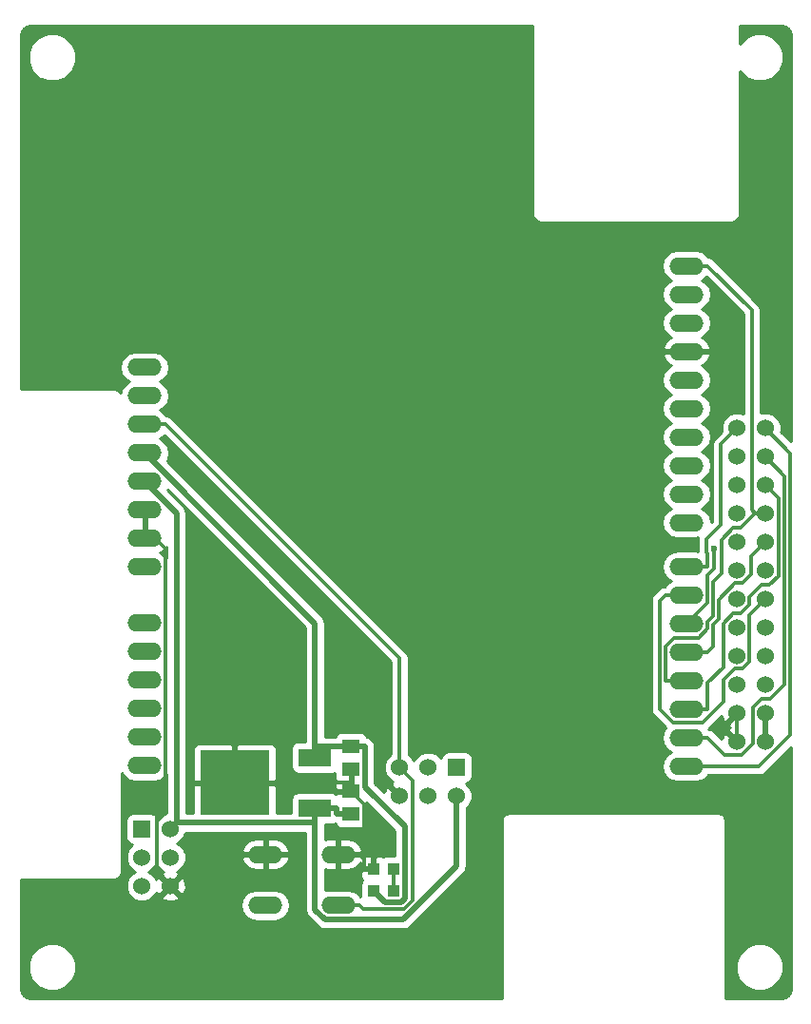
<source format=gtl>
G04 #@! TF.FileFunction,Copper,L1,Top,Signal*
%FSLAX46Y46*%
G04 Gerber Fmt 4.6, Leading zero omitted, Abs format (unit mm)*
G04 Created by KiCad (PCBNEW 4.0.1-stable) date 2017/06/17 1:05:47*
%MOMM*%
G01*
G04 APERTURE LIST*
%ADD10C,0.050000*%
%ADD11R,1.049020X1.079500*%
%ADD12R,1.524000X1.524000*%
%ADD13C,1.524000*%
%ADD14O,3.048000X1.524000*%
%ADD15R,1.597660X1.297940*%
%ADD16R,2.999740X1.597660*%
%ADD17R,6.197600X5.798820*%
%ADD18C,0.600000*%
%ADD19C,0.500000*%
%ADD20C,0.300000*%
%ADD21C,0.254000*%
G04 APERTURE END LIST*
D10*
D11*
X138876240Y-127750000D03*
X140623760Y-127750000D03*
D12*
X118230000Y-122210000D03*
D13*
X120770000Y-122210000D03*
X118230000Y-124750000D03*
X120770000Y-124750000D03*
X118230000Y-127290000D03*
X120770000Y-127290000D03*
D14*
X118500000Y-103900000D03*
X118500000Y-106440000D03*
X118500000Y-108980000D03*
X118500000Y-111520000D03*
X118500000Y-114060000D03*
X118500000Y-116600000D03*
X129248800Y-124489400D03*
X135751200Y-124489400D03*
X129248800Y-129010600D03*
X135751200Y-129010600D03*
D13*
X171230000Y-86530000D03*
X173770000Y-86530000D03*
X171230000Y-89070000D03*
X173770000Y-89070000D03*
X171230000Y-91610000D03*
X173770000Y-91610000D03*
X171230000Y-94150000D03*
X173770000Y-94150000D03*
X171230000Y-96690000D03*
X173770000Y-96690000D03*
X171230000Y-99230000D03*
X173770000Y-99230000D03*
X171230000Y-101770000D03*
X173770000Y-101770000D03*
X171230000Y-104310000D03*
X173770000Y-104310000D03*
X171230000Y-106850000D03*
X173770000Y-106850000D03*
X171230000Y-109390000D03*
X173770000Y-109390000D03*
X171230000Y-111930000D03*
X173770000Y-111930000D03*
X171230000Y-114470000D03*
X173770000Y-114470000D03*
D14*
X118500000Y-81110000D03*
X118500000Y-83650000D03*
X118500000Y-86190000D03*
X118500000Y-88730000D03*
X118500000Y-91270000D03*
X118500000Y-93810000D03*
X118500000Y-96350000D03*
X118500000Y-98890000D03*
D12*
X146290000Y-116730000D03*
D13*
X146290000Y-119270000D03*
X143750000Y-116730000D03*
X143750000Y-119270000D03*
X141210000Y-116730000D03*
X141210000Y-119270000D03*
D14*
X166750000Y-72070000D03*
X166750000Y-74610000D03*
X166750000Y-77150000D03*
X166750000Y-79690000D03*
X166750000Y-82230000D03*
X166750000Y-84770000D03*
X166750000Y-87310000D03*
X166750000Y-89850000D03*
X166750000Y-92390000D03*
X166750000Y-94930000D03*
X166750000Y-116640000D03*
X166750000Y-114100000D03*
X166750000Y-111560000D03*
X166750000Y-109020000D03*
X166750000Y-106480000D03*
X166750000Y-103940000D03*
X166750000Y-101400000D03*
X166750000Y-98860000D03*
D15*
X136875000Y-120873220D03*
X136875000Y-118876780D03*
X136875000Y-114876780D03*
X136875000Y-116873220D03*
D16*
X133673060Y-120403380D03*
X133673060Y-115846620D03*
D17*
X126495020Y-118125000D03*
D11*
X140623760Y-125750000D03*
X138876240Y-125750000D03*
D18*
X169195300Y-97263300D03*
D19*
X135623300Y-120870600D02*
X135625900Y-120873200D01*
X135623300Y-120403400D02*
X135623300Y-120870600D01*
X136875000Y-120873200D02*
X135625900Y-120873200D01*
X134648200Y-120403400D02*
X135623300Y-120403400D01*
X134648200Y-120403400D02*
X133673100Y-120403400D01*
X133673100Y-120403400D02*
X133673100Y-121652500D01*
X121327500Y-94097500D02*
X121327500Y-121652500D01*
X118500000Y-91270000D02*
X121327500Y-94097500D01*
X121327500Y-121652500D02*
X120770000Y-122210000D01*
X173770000Y-114470000D02*
X173770000Y-111930000D01*
X133673100Y-121652500D02*
X121327500Y-121652500D01*
X146290000Y-125530100D02*
X146290000Y-119270000D01*
X141549400Y-130270700D02*
X146290000Y-125530100D01*
X134534300Y-130270700D02*
X141549400Y-130270700D01*
X133673100Y-129409500D02*
X134534300Y-130270700D01*
X133673100Y-121652500D02*
X133673100Y-129409500D01*
D20*
X171230000Y-114470000D02*
X171230000Y-111930000D01*
X118500000Y-96350000D02*
X119437200Y-96350000D01*
X118500000Y-95412800D02*
X118500000Y-93810000D01*
X119437200Y-96350000D02*
X118500000Y-95412800D01*
X120381300Y-97294100D02*
X119437200Y-96350000D01*
X120381300Y-119181700D02*
X120381300Y-97294100D01*
X119620500Y-119942500D02*
X120381300Y-119181700D01*
X119620500Y-126140500D02*
X119620500Y-119942500D01*
X120770000Y-127290000D02*
X119620500Y-126140500D01*
X126495000Y-118125000D02*
X129944100Y-118125000D01*
X136875000Y-118125000D02*
X129944100Y-118125000D01*
X136875000Y-116873200D02*
X136875000Y-118125000D01*
X138001400Y-124865300D02*
X137625500Y-124489400D01*
X138001400Y-125750000D02*
X138001400Y-124865300D01*
X135751200Y-124489400D02*
X137625500Y-124489400D01*
X138876200Y-125750000D02*
X138001400Y-125750000D01*
X136875000Y-118125000D02*
X136875000Y-118876800D01*
X138024200Y-124090700D02*
X137625500Y-124489400D01*
X138024200Y-120026000D02*
X138024200Y-124090700D01*
X136875000Y-118876800D02*
X138024200Y-120026000D01*
D19*
X136875000Y-114876800D02*
X138124100Y-114876800D01*
X136875000Y-114876800D02*
X135625900Y-114876800D01*
X133673100Y-114876800D02*
X135625900Y-114876800D01*
X133673100Y-103903100D02*
X133673100Y-114876800D01*
X118500000Y-88730000D02*
X133673100Y-103903100D01*
X133673100Y-114876800D02*
X133673100Y-115846600D01*
X138124100Y-118494100D02*
X138124100Y-114876800D01*
X141640600Y-122010600D02*
X138124100Y-118494100D01*
X141640600Y-128445100D02*
X141640600Y-122010600D01*
X141345600Y-128740100D02*
X141640600Y-128445100D01*
X139866300Y-128740100D02*
X141345600Y-128740100D01*
X138876200Y-127750000D02*
X139866300Y-128740100D01*
D20*
X169802400Y-87957600D02*
X171230000Y-86530000D01*
X169802400Y-95179800D02*
X169802400Y-87957600D01*
X168542800Y-96439400D02*
X169802400Y-95179800D01*
X168542800Y-97579600D02*
X168542800Y-96439400D01*
X168624300Y-97661100D02*
X168542800Y-97579600D01*
X168624300Y-98860000D02*
X168624300Y-97661100D01*
X166750000Y-98860000D02*
X168624300Y-98860000D01*
X175988300Y-88748300D02*
X173770000Y-86530000D01*
X175988300Y-113861000D02*
X175988300Y-88748300D01*
X173209300Y-116640000D02*
X175988300Y-113861000D01*
X166750000Y-116640000D02*
X173209300Y-116640000D01*
X175487900Y-90787900D02*
X173770000Y-89070000D01*
X175487900Y-109326800D02*
X175487900Y-90787900D01*
X174154700Y-110660000D02*
X175487900Y-109326800D01*
X173426800Y-110660000D02*
X174154700Y-110660000D01*
X172657600Y-111429200D02*
X173426800Y-110660000D01*
X172657600Y-114630000D02*
X172657600Y-111429200D01*
X171655300Y-115632300D02*
X172657600Y-114630000D01*
X170156600Y-115632300D02*
X171655300Y-115632300D01*
X168624300Y-114100000D02*
X170156600Y-115632300D01*
X166750000Y-114100000D02*
X168624300Y-114100000D01*
X166750000Y-111560000D02*
X168624300Y-111560000D01*
X168624300Y-109215900D02*
X168624300Y-111560000D01*
X170020000Y-107820200D02*
X168624300Y-109215900D01*
X170020000Y-103946800D02*
X170020000Y-107820200D01*
X170926800Y-103040000D02*
X170020000Y-103946800D01*
X171546200Y-103040000D02*
X170926800Y-103040000D01*
X172342400Y-102243800D02*
X171546200Y-103040000D01*
X172342400Y-101562100D02*
X172342400Y-102243800D01*
X173404500Y-100500000D02*
X172342400Y-101562100D01*
X174143500Y-100500000D02*
X173404500Y-100500000D01*
X174934700Y-99708800D02*
X174143500Y-100500000D01*
X174934700Y-92774700D02*
X174934700Y-99708800D01*
X173770000Y-91610000D02*
X174934700Y-92774700D01*
X166750000Y-109020000D02*
X164875700Y-109020000D01*
X166750000Y-72070000D02*
X168624300Y-72070000D01*
X172908000Y-94150000D02*
X172860400Y-94102300D01*
X173770000Y-94150000D02*
X172908000Y-94150000D01*
X172573200Y-76018900D02*
X168624300Y-72070000D01*
X172573200Y-93815200D02*
X172573200Y-76018900D01*
X172860400Y-94102300D02*
X172573200Y-93815200D01*
X164875700Y-106015700D02*
X164875700Y-109020000D01*
X165681400Y-105210000D02*
X164875700Y-106015700D01*
X167818600Y-105210000D02*
X165681400Y-105210000D01*
X168624300Y-104404300D02*
X167818600Y-105210000D01*
X168624300Y-103782500D02*
X168624300Y-104404300D01*
X169124600Y-103282200D02*
X168624300Y-103782500D01*
X169124600Y-100190400D02*
X169124600Y-103282200D01*
X169845600Y-99469400D02*
X169124600Y-100190400D01*
X169845600Y-96495500D02*
X169845600Y-99469400D01*
X170921100Y-95420000D02*
X169845600Y-96495500D01*
X171542700Y-95420000D02*
X170921100Y-95420000D01*
X172860400Y-94102300D02*
X171542700Y-95420000D01*
X166750000Y-106480000D02*
X168624300Y-106480000D01*
X169124700Y-105979600D02*
X168624300Y-106480000D01*
X169124700Y-103989600D02*
X169124700Y-105979600D01*
X169624900Y-103489400D02*
X169124700Y-103989600D01*
X169624900Y-101798500D02*
X169624900Y-103489400D01*
X171081000Y-100342400D02*
X169624900Y-101798500D01*
X171730900Y-100342400D02*
X171081000Y-100342400D01*
X172500000Y-99573300D02*
X171730900Y-100342400D01*
X172500000Y-97960000D02*
X172500000Y-99573300D01*
X173770000Y-96690000D02*
X172500000Y-97960000D01*
X169195300Y-99058500D02*
X169195300Y-97263300D01*
X168624300Y-99629500D02*
X169195300Y-99058500D01*
X168624300Y-102065700D02*
X168624300Y-99629500D01*
X166750000Y-103940000D02*
X168624300Y-102065700D01*
X172342400Y-103197600D02*
X173770000Y-101770000D01*
X172342400Y-107350900D02*
X172342400Y-103197600D01*
X171730900Y-107962400D02*
X172342400Y-107350900D01*
X171037400Y-107962400D02*
X171730900Y-107962400D01*
X170020000Y-108979800D02*
X171037400Y-107962400D01*
X170020000Y-110908600D02*
X170020000Y-108979800D01*
X168207900Y-112720700D02*
X170020000Y-110908600D01*
X165532100Y-112720700D02*
X168207900Y-112720700D01*
X164361700Y-111550300D02*
X165532100Y-112720700D01*
X164361700Y-101914000D02*
X164361700Y-111550300D01*
X164875700Y-101400000D02*
X164361700Y-101914000D01*
X166750000Y-101400000D02*
X164875700Y-101400000D01*
X137977900Y-129363000D02*
X137625500Y-129010600D01*
X141600800Y-129363000D02*
X137977900Y-129363000D01*
X142368400Y-128595400D02*
X141600800Y-129363000D01*
X142368400Y-117888400D02*
X142368400Y-128595400D01*
X141210000Y-116730000D02*
X142368400Y-117888400D01*
X135751200Y-129010600D02*
X137625500Y-129010600D01*
X141210000Y-107025700D02*
X141210000Y-116730000D01*
X120374300Y-86190000D02*
X141210000Y-107025700D01*
X118500000Y-86190000D02*
X120374300Y-86190000D01*
X140623800Y-125750000D02*
X140623800Y-127750000D01*
D21*
G36*
X153040000Y-67500000D02*
X153094046Y-67771705D01*
X153247954Y-68002046D01*
X153478295Y-68155954D01*
X153750000Y-68210000D01*
X170750000Y-68210000D01*
X171021705Y-68155954D01*
X171252046Y-68002046D01*
X171405954Y-67771705D01*
X171460000Y-67500000D01*
X171460000Y-54728857D01*
X172039041Y-55308909D01*
X172823459Y-55634628D01*
X173672815Y-55635370D01*
X174457800Y-55311020D01*
X175058909Y-54710959D01*
X175384628Y-53926541D01*
X175385370Y-53077185D01*
X175061020Y-52292200D01*
X174460959Y-51691091D01*
X173676541Y-51365372D01*
X172827185Y-51364630D01*
X172042200Y-51688980D01*
X171460000Y-52270165D01*
X171460000Y-50710000D01*
X175180073Y-50710000D01*
X175546996Y-50782986D01*
X175798780Y-50951223D01*
X175967014Y-51203003D01*
X176040000Y-51569927D01*
X176040000Y-87689842D01*
X175164557Y-86814399D01*
X175166757Y-86809100D01*
X175167242Y-86253339D01*
X174955010Y-85739697D01*
X174562370Y-85346371D01*
X174049100Y-85133243D01*
X173493339Y-85132758D01*
X173358200Y-85188596D01*
X173358200Y-76018900D01*
X173298445Y-75718494D01*
X173128279Y-75463821D01*
X169179379Y-71514921D01*
X168924707Y-71344755D01*
X168685828Y-71297239D01*
X168542125Y-71082172D01*
X168088906Y-70779340D01*
X167554297Y-70673000D01*
X165945703Y-70673000D01*
X165411094Y-70779340D01*
X164957875Y-71082172D01*
X164655043Y-71535391D01*
X164548703Y-72070000D01*
X164655043Y-72604609D01*
X164957875Y-73057828D01*
X165380174Y-73340000D01*
X164957875Y-73622172D01*
X164655043Y-74075391D01*
X164548703Y-74610000D01*
X164655043Y-75144609D01*
X164957875Y-75597828D01*
X165380174Y-75880000D01*
X164957875Y-76162172D01*
X164655043Y-76615391D01*
X164548703Y-77150000D01*
X164655043Y-77684609D01*
X164957875Y-78137828D01*
X165395662Y-78430349D01*
X165336059Y-78447941D01*
X164910370Y-78791974D01*
X164648740Y-79272723D01*
X164633780Y-79346930D01*
X164756280Y-79563000D01*
X166623000Y-79563000D01*
X166623000Y-79543000D01*
X166877000Y-79543000D01*
X166877000Y-79563000D01*
X168743720Y-79563000D01*
X168866220Y-79346930D01*
X168851260Y-79272723D01*
X168589630Y-78791974D01*
X168163941Y-78447941D01*
X168104338Y-78430349D01*
X168542125Y-78137828D01*
X168844957Y-77684609D01*
X168951297Y-77150000D01*
X168844957Y-76615391D01*
X168542125Y-76162172D01*
X168119826Y-75880000D01*
X168542125Y-75597828D01*
X168844957Y-75144609D01*
X168951297Y-74610000D01*
X168844957Y-74075391D01*
X168542125Y-73622172D01*
X168119826Y-73340000D01*
X168518054Y-73073912D01*
X171788200Y-76344058D01*
X171788200Y-85249135D01*
X171509100Y-85133243D01*
X170953339Y-85132758D01*
X170439697Y-85344990D01*
X170046371Y-85737630D01*
X169833243Y-86250900D01*
X169832758Y-86806661D01*
X169835805Y-86814037D01*
X169247321Y-87402521D01*
X169077155Y-87657193D01*
X169039798Y-87844999D01*
X169017400Y-87957600D01*
X169017400Y-94854642D01*
X168949762Y-94922280D01*
X168844957Y-94395391D01*
X168542125Y-93942172D01*
X168119826Y-93660000D01*
X168542125Y-93377828D01*
X168844957Y-92924609D01*
X168951297Y-92390000D01*
X168844957Y-91855391D01*
X168542125Y-91402172D01*
X168119826Y-91120000D01*
X168542125Y-90837828D01*
X168844957Y-90384609D01*
X168951297Y-89850000D01*
X168844957Y-89315391D01*
X168542125Y-88862172D01*
X168119826Y-88580000D01*
X168542125Y-88297828D01*
X168844957Y-87844609D01*
X168951297Y-87310000D01*
X168844957Y-86775391D01*
X168542125Y-86322172D01*
X168119826Y-86040000D01*
X168542125Y-85757828D01*
X168844957Y-85304609D01*
X168951297Y-84770000D01*
X168844957Y-84235391D01*
X168542125Y-83782172D01*
X168119826Y-83500000D01*
X168542125Y-83217828D01*
X168844957Y-82764609D01*
X168951297Y-82230000D01*
X168844957Y-81695391D01*
X168542125Y-81242172D01*
X168104338Y-80949651D01*
X168163941Y-80932059D01*
X168589630Y-80588026D01*
X168851260Y-80107277D01*
X168866220Y-80033070D01*
X168743720Y-79817000D01*
X166877000Y-79817000D01*
X166877000Y-79837000D01*
X166623000Y-79837000D01*
X166623000Y-79817000D01*
X164756280Y-79817000D01*
X164633780Y-80033070D01*
X164648740Y-80107277D01*
X164910370Y-80588026D01*
X165336059Y-80932059D01*
X165395662Y-80949651D01*
X164957875Y-81242172D01*
X164655043Y-81695391D01*
X164548703Y-82230000D01*
X164655043Y-82764609D01*
X164957875Y-83217828D01*
X165380174Y-83500000D01*
X164957875Y-83782172D01*
X164655043Y-84235391D01*
X164548703Y-84770000D01*
X164655043Y-85304609D01*
X164957875Y-85757828D01*
X165380174Y-86040000D01*
X164957875Y-86322172D01*
X164655043Y-86775391D01*
X164548703Y-87310000D01*
X164655043Y-87844609D01*
X164957875Y-88297828D01*
X165380174Y-88580000D01*
X164957875Y-88862172D01*
X164655043Y-89315391D01*
X164548703Y-89850000D01*
X164655043Y-90384609D01*
X164957875Y-90837828D01*
X165380174Y-91120000D01*
X164957875Y-91402172D01*
X164655043Y-91855391D01*
X164548703Y-92390000D01*
X164655043Y-92924609D01*
X164957875Y-93377828D01*
X165380174Y-93660000D01*
X164957875Y-93942172D01*
X164655043Y-94395391D01*
X164548703Y-94930000D01*
X164655043Y-95464609D01*
X164957875Y-95917828D01*
X165411094Y-96220660D01*
X165945703Y-96327000D01*
X167554297Y-96327000D01*
X167789463Y-96280223D01*
X167757800Y-96439400D01*
X167757800Y-97503479D01*
X167554297Y-97463000D01*
X165945703Y-97463000D01*
X165411094Y-97569340D01*
X164957875Y-97872172D01*
X164655043Y-98325391D01*
X164548703Y-98860000D01*
X164655043Y-99394609D01*
X164957875Y-99847828D01*
X165380174Y-100130000D01*
X164957875Y-100412172D01*
X164814172Y-100627239D01*
X164575294Y-100674755D01*
X164320621Y-100844921D01*
X163806621Y-101358921D01*
X163636455Y-101613593D01*
X163636455Y-101613594D01*
X163576700Y-101914000D01*
X163576700Y-111550300D01*
X163636455Y-111850707D01*
X163806621Y-112105379D01*
X164900012Y-113198770D01*
X164655043Y-113565391D01*
X164548703Y-114100000D01*
X164655043Y-114634609D01*
X164957875Y-115087828D01*
X165380174Y-115370000D01*
X164957875Y-115652172D01*
X164655043Y-116105391D01*
X164548703Y-116640000D01*
X164655043Y-117174609D01*
X164957875Y-117627828D01*
X165411094Y-117930660D01*
X165945703Y-118037000D01*
X167554297Y-118037000D01*
X168088906Y-117930660D01*
X168542125Y-117627828D01*
X168677651Y-117425000D01*
X173209300Y-117425000D01*
X173509707Y-117365245D01*
X173764379Y-117195079D01*
X176040000Y-114919457D01*
X176040000Y-136430073D01*
X175967014Y-136796997D01*
X175798780Y-137048777D01*
X175546996Y-137217014D01*
X175180073Y-137290000D01*
X170210000Y-137290000D01*
X170210000Y-134922815D01*
X171114630Y-134922815D01*
X171438980Y-135707800D01*
X172039041Y-136308909D01*
X172823459Y-136634628D01*
X173672815Y-136635370D01*
X174457800Y-136311020D01*
X175058909Y-135710959D01*
X175384628Y-134926541D01*
X175385370Y-134077185D01*
X175061020Y-133292200D01*
X174460959Y-132691091D01*
X173676541Y-132365372D01*
X172827185Y-132364630D01*
X172042200Y-132688980D01*
X171441091Y-133289041D01*
X171115372Y-134073459D01*
X171114630Y-134922815D01*
X170210000Y-134922815D01*
X170210000Y-121500000D01*
X170155954Y-121228295D01*
X170002046Y-120997954D01*
X169771705Y-120844046D01*
X169500000Y-120790000D01*
X151000000Y-120790000D01*
X150728295Y-120844046D01*
X150497954Y-120997954D01*
X150344046Y-121228295D01*
X150290000Y-121500000D01*
X150290000Y-137290000D01*
X108319927Y-137290000D01*
X107953003Y-137217014D01*
X107701223Y-137048780D01*
X107532986Y-136796996D01*
X107460000Y-136430073D01*
X107460000Y-134922815D01*
X108114630Y-134922815D01*
X108438980Y-135707800D01*
X109039041Y-136308909D01*
X109823459Y-136634628D01*
X110672815Y-136635370D01*
X111457800Y-136311020D01*
X112058909Y-135710959D01*
X112384628Y-134926541D01*
X112385370Y-134077185D01*
X112061020Y-133292200D01*
X111460959Y-132691091D01*
X110676541Y-132365372D01*
X109827185Y-132364630D01*
X109042200Y-132688980D01*
X108441091Y-133289041D01*
X108115372Y-134073459D01*
X108114630Y-134922815D01*
X107460000Y-134922815D01*
X107460000Y-129010600D01*
X127047503Y-129010600D01*
X127153843Y-129545209D01*
X127456675Y-129998428D01*
X127909894Y-130301260D01*
X128444503Y-130407600D01*
X130053097Y-130407600D01*
X130587706Y-130301260D01*
X131040925Y-129998428D01*
X131343757Y-129545209D01*
X131450097Y-129010600D01*
X131343757Y-128475991D01*
X131040925Y-128022772D01*
X130587706Y-127719940D01*
X130053097Y-127613600D01*
X128444503Y-127613600D01*
X127909894Y-127719940D01*
X127456675Y-128022772D01*
X127153843Y-128475991D01*
X127047503Y-129010600D01*
X107460000Y-129010600D01*
X107460000Y-126710000D01*
X115750000Y-126710000D01*
X116021705Y-126655954D01*
X116252046Y-126502046D01*
X116405954Y-126271705D01*
X116460000Y-126000000D01*
X116460000Y-117216858D01*
X116707875Y-117587828D01*
X117161094Y-117890660D01*
X117695703Y-117997000D01*
X119304297Y-117997000D01*
X119838906Y-117890660D01*
X120292125Y-117587828D01*
X120442500Y-117362776D01*
X120442500Y-120833764D01*
X119979697Y-121024990D01*
X119626237Y-121377833D01*
X119595162Y-121212683D01*
X119456090Y-120996559D01*
X119243890Y-120851569D01*
X118992000Y-120800560D01*
X117468000Y-120800560D01*
X117232683Y-120844838D01*
X117016559Y-120983910D01*
X116871569Y-121196110D01*
X116820560Y-121448000D01*
X116820560Y-122972000D01*
X116864838Y-123207317D01*
X117003910Y-123423441D01*
X117216110Y-123568431D01*
X117399124Y-123605492D01*
X117046371Y-123957630D01*
X116833243Y-124470900D01*
X116832758Y-125026661D01*
X117044990Y-125540303D01*
X117437630Y-125933629D01*
X117645512Y-126019949D01*
X117439697Y-126104990D01*
X117046371Y-126497630D01*
X116833243Y-127010900D01*
X116832758Y-127566661D01*
X117044990Y-128080303D01*
X117437630Y-128473629D01*
X117950900Y-128686757D01*
X118506661Y-128687242D01*
X119020303Y-128475010D01*
X119225457Y-128270213D01*
X119969392Y-128270213D01*
X120038857Y-128512397D01*
X120562302Y-128699144D01*
X121117368Y-128671362D01*
X121501143Y-128512397D01*
X121570608Y-128270213D01*
X120770000Y-127469605D01*
X119969392Y-128270213D01*
X119225457Y-128270213D01*
X119413629Y-128082370D01*
X119493395Y-127890273D01*
X119547603Y-128021143D01*
X119789787Y-128090608D01*
X120590395Y-127290000D01*
X120949605Y-127290000D01*
X121750213Y-128090608D01*
X121992397Y-128021143D01*
X122179144Y-127497698D01*
X122151362Y-126942632D01*
X121992397Y-126558857D01*
X121750213Y-126489392D01*
X120949605Y-127290000D01*
X120590395Y-127290000D01*
X119789787Y-126489392D01*
X119547603Y-126558857D01*
X119497491Y-126699318D01*
X119415010Y-126499697D01*
X119022370Y-126106371D01*
X118814488Y-126020051D01*
X119020303Y-125935010D01*
X119413629Y-125542370D01*
X119499949Y-125334488D01*
X119584990Y-125540303D01*
X119977630Y-125933629D01*
X120169727Y-126013395D01*
X120038857Y-126067603D01*
X119969392Y-126309787D01*
X120770000Y-127110395D01*
X121570608Y-126309787D01*
X121501143Y-126067603D01*
X121360682Y-126017491D01*
X121560303Y-125935010D01*
X121953629Y-125542370D01*
X122166757Y-125029100D01*
X122166928Y-124832470D01*
X127132580Y-124832470D01*
X127147540Y-124906677D01*
X127409170Y-125387426D01*
X127834859Y-125731459D01*
X128359800Y-125886400D01*
X129121800Y-125886400D01*
X129121800Y-124616400D01*
X129375800Y-124616400D01*
X129375800Y-125886400D01*
X130137800Y-125886400D01*
X130662741Y-125731459D01*
X131088430Y-125387426D01*
X131350060Y-124906677D01*
X131365020Y-124832470D01*
X131242520Y-124616400D01*
X129375800Y-124616400D01*
X129121800Y-124616400D01*
X127255080Y-124616400D01*
X127132580Y-124832470D01*
X122166928Y-124832470D01*
X122167242Y-124473339D01*
X122032125Y-124146330D01*
X127132580Y-124146330D01*
X127255080Y-124362400D01*
X129121800Y-124362400D01*
X129121800Y-123092400D01*
X129375800Y-123092400D01*
X129375800Y-124362400D01*
X131242520Y-124362400D01*
X131365020Y-124146330D01*
X131350060Y-124072123D01*
X131088430Y-123591374D01*
X130662741Y-123247341D01*
X130137800Y-123092400D01*
X129375800Y-123092400D01*
X129121800Y-123092400D01*
X128359800Y-123092400D01*
X127834859Y-123247341D01*
X127409170Y-123591374D01*
X127147540Y-124072123D01*
X127132580Y-124146330D01*
X122032125Y-124146330D01*
X121955010Y-123959697D01*
X121562370Y-123566371D01*
X121354488Y-123480051D01*
X121560303Y-123395010D01*
X121953629Y-123002370D01*
X122146660Y-122537500D01*
X132788100Y-122537500D01*
X132788100Y-129409495D01*
X132788099Y-129409500D01*
X132844290Y-129691984D01*
X132855467Y-129748175D01*
X132968993Y-129918079D01*
X133047310Y-130035290D01*
X133908508Y-130896487D01*
X133908510Y-130896490D01*
X134195625Y-131088333D01*
X134251816Y-131099510D01*
X134534300Y-131155701D01*
X134534305Y-131155700D01*
X141549395Y-131155700D01*
X141549400Y-131155701D01*
X141831884Y-131099510D01*
X141888075Y-131088333D01*
X142175190Y-130896490D01*
X146915787Y-126155892D01*
X146915790Y-126155890D01*
X147107633Y-125868775D01*
X147134947Y-125731459D01*
X147175001Y-125530100D01*
X147175000Y-125530095D01*
X147175000Y-120360478D01*
X147473629Y-120062370D01*
X147686757Y-119549100D01*
X147687242Y-118993339D01*
X147475010Y-118479697D01*
X147122167Y-118126237D01*
X147287317Y-118095162D01*
X147503441Y-117956090D01*
X147648431Y-117743890D01*
X147699440Y-117492000D01*
X147699440Y-115968000D01*
X147655162Y-115732683D01*
X147516090Y-115516559D01*
X147303890Y-115371569D01*
X147052000Y-115320560D01*
X145528000Y-115320560D01*
X145292683Y-115364838D01*
X145076559Y-115503910D01*
X144931569Y-115716110D01*
X144894508Y-115899124D01*
X144542370Y-115546371D01*
X144029100Y-115333243D01*
X143473339Y-115332758D01*
X142959697Y-115544990D01*
X142566371Y-115937630D01*
X142480051Y-116145512D01*
X142395010Y-115939697D01*
X142002370Y-115546371D01*
X141995000Y-115543311D01*
X141995000Y-107025705D01*
X141995001Y-107025700D01*
X141935245Y-106725294D01*
X141765079Y-106470621D01*
X141765076Y-106470619D01*
X120929379Y-85634921D01*
X120674707Y-85464755D01*
X120435828Y-85417239D01*
X120292125Y-85202172D01*
X119869826Y-84920000D01*
X120292125Y-84637828D01*
X120594957Y-84184609D01*
X120701297Y-83650000D01*
X120594957Y-83115391D01*
X120292125Y-82662172D01*
X119869826Y-82380000D01*
X120292125Y-82097828D01*
X120594957Y-81644609D01*
X120701297Y-81110000D01*
X120594957Y-80575391D01*
X120292125Y-80122172D01*
X119838906Y-79819340D01*
X119304297Y-79713000D01*
X117695703Y-79713000D01*
X117161094Y-79819340D01*
X116707875Y-80122172D01*
X116405043Y-80575391D01*
X116298703Y-81110000D01*
X116405043Y-81644609D01*
X116707875Y-82097828D01*
X117130174Y-82380000D01*
X116707875Y-82662172D01*
X116405043Y-83115391D01*
X116349626Y-83393993D01*
X116252046Y-83247954D01*
X116021705Y-83094046D01*
X115750000Y-83040000D01*
X107460000Y-83040000D01*
X107460000Y-53922815D01*
X108114630Y-53922815D01*
X108438980Y-54707800D01*
X109039041Y-55308909D01*
X109823459Y-55634628D01*
X110672815Y-55635370D01*
X111457800Y-55311020D01*
X112058909Y-54710959D01*
X112384628Y-53926541D01*
X112385370Y-53077185D01*
X112061020Y-52292200D01*
X111460959Y-51691091D01*
X110676541Y-51365372D01*
X109827185Y-51364630D01*
X109042200Y-51688980D01*
X108441091Y-52289041D01*
X108115372Y-53073459D01*
X108114630Y-53922815D01*
X107460000Y-53922815D01*
X107460000Y-51569927D01*
X107532986Y-51203004D01*
X107701223Y-50951220D01*
X107953003Y-50782986D01*
X108319927Y-50710000D01*
X153040000Y-50710000D01*
X153040000Y-67500000D01*
X153040000Y-67500000D01*
G37*
X153040000Y-67500000D02*
X153094046Y-67771705D01*
X153247954Y-68002046D01*
X153478295Y-68155954D01*
X153750000Y-68210000D01*
X170750000Y-68210000D01*
X171021705Y-68155954D01*
X171252046Y-68002046D01*
X171405954Y-67771705D01*
X171460000Y-67500000D01*
X171460000Y-54728857D01*
X172039041Y-55308909D01*
X172823459Y-55634628D01*
X173672815Y-55635370D01*
X174457800Y-55311020D01*
X175058909Y-54710959D01*
X175384628Y-53926541D01*
X175385370Y-53077185D01*
X175061020Y-52292200D01*
X174460959Y-51691091D01*
X173676541Y-51365372D01*
X172827185Y-51364630D01*
X172042200Y-51688980D01*
X171460000Y-52270165D01*
X171460000Y-50710000D01*
X175180073Y-50710000D01*
X175546996Y-50782986D01*
X175798780Y-50951223D01*
X175967014Y-51203003D01*
X176040000Y-51569927D01*
X176040000Y-87689842D01*
X175164557Y-86814399D01*
X175166757Y-86809100D01*
X175167242Y-86253339D01*
X174955010Y-85739697D01*
X174562370Y-85346371D01*
X174049100Y-85133243D01*
X173493339Y-85132758D01*
X173358200Y-85188596D01*
X173358200Y-76018900D01*
X173298445Y-75718494D01*
X173128279Y-75463821D01*
X169179379Y-71514921D01*
X168924707Y-71344755D01*
X168685828Y-71297239D01*
X168542125Y-71082172D01*
X168088906Y-70779340D01*
X167554297Y-70673000D01*
X165945703Y-70673000D01*
X165411094Y-70779340D01*
X164957875Y-71082172D01*
X164655043Y-71535391D01*
X164548703Y-72070000D01*
X164655043Y-72604609D01*
X164957875Y-73057828D01*
X165380174Y-73340000D01*
X164957875Y-73622172D01*
X164655043Y-74075391D01*
X164548703Y-74610000D01*
X164655043Y-75144609D01*
X164957875Y-75597828D01*
X165380174Y-75880000D01*
X164957875Y-76162172D01*
X164655043Y-76615391D01*
X164548703Y-77150000D01*
X164655043Y-77684609D01*
X164957875Y-78137828D01*
X165395662Y-78430349D01*
X165336059Y-78447941D01*
X164910370Y-78791974D01*
X164648740Y-79272723D01*
X164633780Y-79346930D01*
X164756280Y-79563000D01*
X166623000Y-79563000D01*
X166623000Y-79543000D01*
X166877000Y-79543000D01*
X166877000Y-79563000D01*
X168743720Y-79563000D01*
X168866220Y-79346930D01*
X168851260Y-79272723D01*
X168589630Y-78791974D01*
X168163941Y-78447941D01*
X168104338Y-78430349D01*
X168542125Y-78137828D01*
X168844957Y-77684609D01*
X168951297Y-77150000D01*
X168844957Y-76615391D01*
X168542125Y-76162172D01*
X168119826Y-75880000D01*
X168542125Y-75597828D01*
X168844957Y-75144609D01*
X168951297Y-74610000D01*
X168844957Y-74075391D01*
X168542125Y-73622172D01*
X168119826Y-73340000D01*
X168518054Y-73073912D01*
X171788200Y-76344058D01*
X171788200Y-85249135D01*
X171509100Y-85133243D01*
X170953339Y-85132758D01*
X170439697Y-85344990D01*
X170046371Y-85737630D01*
X169833243Y-86250900D01*
X169832758Y-86806661D01*
X169835805Y-86814037D01*
X169247321Y-87402521D01*
X169077155Y-87657193D01*
X169039798Y-87844999D01*
X169017400Y-87957600D01*
X169017400Y-94854642D01*
X168949762Y-94922280D01*
X168844957Y-94395391D01*
X168542125Y-93942172D01*
X168119826Y-93660000D01*
X168542125Y-93377828D01*
X168844957Y-92924609D01*
X168951297Y-92390000D01*
X168844957Y-91855391D01*
X168542125Y-91402172D01*
X168119826Y-91120000D01*
X168542125Y-90837828D01*
X168844957Y-90384609D01*
X168951297Y-89850000D01*
X168844957Y-89315391D01*
X168542125Y-88862172D01*
X168119826Y-88580000D01*
X168542125Y-88297828D01*
X168844957Y-87844609D01*
X168951297Y-87310000D01*
X168844957Y-86775391D01*
X168542125Y-86322172D01*
X168119826Y-86040000D01*
X168542125Y-85757828D01*
X168844957Y-85304609D01*
X168951297Y-84770000D01*
X168844957Y-84235391D01*
X168542125Y-83782172D01*
X168119826Y-83500000D01*
X168542125Y-83217828D01*
X168844957Y-82764609D01*
X168951297Y-82230000D01*
X168844957Y-81695391D01*
X168542125Y-81242172D01*
X168104338Y-80949651D01*
X168163941Y-80932059D01*
X168589630Y-80588026D01*
X168851260Y-80107277D01*
X168866220Y-80033070D01*
X168743720Y-79817000D01*
X166877000Y-79817000D01*
X166877000Y-79837000D01*
X166623000Y-79837000D01*
X166623000Y-79817000D01*
X164756280Y-79817000D01*
X164633780Y-80033070D01*
X164648740Y-80107277D01*
X164910370Y-80588026D01*
X165336059Y-80932059D01*
X165395662Y-80949651D01*
X164957875Y-81242172D01*
X164655043Y-81695391D01*
X164548703Y-82230000D01*
X164655043Y-82764609D01*
X164957875Y-83217828D01*
X165380174Y-83500000D01*
X164957875Y-83782172D01*
X164655043Y-84235391D01*
X164548703Y-84770000D01*
X164655043Y-85304609D01*
X164957875Y-85757828D01*
X165380174Y-86040000D01*
X164957875Y-86322172D01*
X164655043Y-86775391D01*
X164548703Y-87310000D01*
X164655043Y-87844609D01*
X164957875Y-88297828D01*
X165380174Y-88580000D01*
X164957875Y-88862172D01*
X164655043Y-89315391D01*
X164548703Y-89850000D01*
X164655043Y-90384609D01*
X164957875Y-90837828D01*
X165380174Y-91120000D01*
X164957875Y-91402172D01*
X164655043Y-91855391D01*
X164548703Y-92390000D01*
X164655043Y-92924609D01*
X164957875Y-93377828D01*
X165380174Y-93660000D01*
X164957875Y-93942172D01*
X164655043Y-94395391D01*
X164548703Y-94930000D01*
X164655043Y-95464609D01*
X164957875Y-95917828D01*
X165411094Y-96220660D01*
X165945703Y-96327000D01*
X167554297Y-96327000D01*
X167789463Y-96280223D01*
X167757800Y-96439400D01*
X167757800Y-97503479D01*
X167554297Y-97463000D01*
X165945703Y-97463000D01*
X165411094Y-97569340D01*
X164957875Y-97872172D01*
X164655043Y-98325391D01*
X164548703Y-98860000D01*
X164655043Y-99394609D01*
X164957875Y-99847828D01*
X165380174Y-100130000D01*
X164957875Y-100412172D01*
X164814172Y-100627239D01*
X164575294Y-100674755D01*
X164320621Y-100844921D01*
X163806621Y-101358921D01*
X163636455Y-101613593D01*
X163636455Y-101613594D01*
X163576700Y-101914000D01*
X163576700Y-111550300D01*
X163636455Y-111850707D01*
X163806621Y-112105379D01*
X164900012Y-113198770D01*
X164655043Y-113565391D01*
X164548703Y-114100000D01*
X164655043Y-114634609D01*
X164957875Y-115087828D01*
X165380174Y-115370000D01*
X164957875Y-115652172D01*
X164655043Y-116105391D01*
X164548703Y-116640000D01*
X164655043Y-117174609D01*
X164957875Y-117627828D01*
X165411094Y-117930660D01*
X165945703Y-118037000D01*
X167554297Y-118037000D01*
X168088906Y-117930660D01*
X168542125Y-117627828D01*
X168677651Y-117425000D01*
X173209300Y-117425000D01*
X173509707Y-117365245D01*
X173764379Y-117195079D01*
X176040000Y-114919457D01*
X176040000Y-136430073D01*
X175967014Y-136796997D01*
X175798780Y-137048777D01*
X175546996Y-137217014D01*
X175180073Y-137290000D01*
X170210000Y-137290000D01*
X170210000Y-134922815D01*
X171114630Y-134922815D01*
X171438980Y-135707800D01*
X172039041Y-136308909D01*
X172823459Y-136634628D01*
X173672815Y-136635370D01*
X174457800Y-136311020D01*
X175058909Y-135710959D01*
X175384628Y-134926541D01*
X175385370Y-134077185D01*
X175061020Y-133292200D01*
X174460959Y-132691091D01*
X173676541Y-132365372D01*
X172827185Y-132364630D01*
X172042200Y-132688980D01*
X171441091Y-133289041D01*
X171115372Y-134073459D01*
X171114630Y-134922815D01*
X170210000Y-134922815D01*
X170210000Y-121500000D01*
X170155954Y-121228295D01*
X170002046Y-120997954D01*
X169771705Y-120844046D01*
X169500000Y-120790000D01*
X151000000Y-120790000D01*
X150728295Y-120844046D01*
X150497954Y-120997954D01*
X150344046Y-121228295D01*
X150290000Y-121500000D01*
X150290000Y-137290000D01*
X108319927Y-137290000D01*
X107953003Y-137217014D01*
X107701223Y-137048780D01*
X107532986Y-136796996D01*
X107460000Y-136430073D01*
X107460000Y-134922815D01*
X108114630Y-134922815D01*
X108438980Y-135707800D01*
X109039041Y-136308909D01*
X109823459Y-136634628D01*
X110672815Y-136635370D01*
X111457800Y-136311020D01*
X112058909Y-135710959D01*
X112384628Y-134926541D01*
X112385370Y-134077185D01*
X112061020Y-133292200D01*
X111460959Y-132691091D01*
X110676541Y-132365372D01*
X109827185Y-132364630D01*
X109042200Y-132688980D01*
X108441091Y-133289041D01*
X108115372Y-134073459D01*
X108114630Y-134922815D01*
X107460000Y-134922815D01*
X107460000Y-129010600D01*
X127047503Y-129010600D01*
X127153843Y-129545209D01*
X127456675Y-129998428D01*
X127909894Y-130301260D01*
X128444503Y-130407600D01*
X130053097Y-130407600D01*
X130587706Y-130301260D01*
X131040925Y-129998428D01*
X131343757Y-129545209D01*
X131450097Y-129010600D01*
X131343757Y-128475991D01*
X131040925Y-128022772D01*
X130587706Y-127719940D01*
X130053097Y-127613600D01*
X128444503Y-127613600D01*
X127909894Y-127719940D01*
X127456675Y-128022772D01*
X127153843Y-128475991D01*
X127047503Y-129010600D01*
X107460000Y-129010600D01*
X107460000Y-126710000D01*
X115750000Y-126710000D01*
X116021705Y-126655954D01*
X116252046Y-126502046D01*
X116405954Y-126271705D01*
X116460000Y-126000000D01*
X116460000Y-117216858D01*
X116707875Y-117587828D01*
X117161094Y-117890660D01*
X117695703Y-117997000D01*
X119304297Y-117997000D01*
X119838906Y-117890660D01*
X120292125Y-117587828D01*
X120442500Y-117362776D01*
X120442500Y-120833764D01*
X119979697Y-121024990D01*
X119626237Y-121377833D01*
X119595162Y-121212683D01*
X119456090Y-120996559D01*
X119243890Y-120851569D01*
X118992000Y-120800560D01*
X117468000Y-120800560D01*
X117232683Y-120844838D01*
X117016559Y-120983910D01*
X116871569Y-121196110D01*
X116820560Y-121448000D01*
X116820560Y-122972000D01*
X116864838Y-123207317D01*
X117003910Y-123423441D01*
X117216110Y-123568431D01*
X117399124Y-123605492D01*
X117046371Y-123957630D01*
X116833243Y-124470900D01*
X116832758Y-125026661D01*
X117044990Y-125540303D01*
X117437630Y-125933629D01*
X117645512Y-126019949D01*
X117439697Y-126104990D01*
X117046371Y-126497630D01*
X116833243Y-127010900D01*
X116832758Y-127566661D01*
X117044990Y-128080303D01*
X117437630Y-128473629D01*
X117950900Y-128686757D01*
X118506661Y-128687242D01*
X119020303Y-128475010D01*
X119225457Y-128270213D01*
X119969392Y-128270213D01*
X120038857Y-128512397D01*
X120562302Y-128699144D01*
X121117368Y-128671362D01*
X121501143Y-128512397D01*
X121570608Y-128270213D01*
X120770000Y-127469605D01*
X119969392Y-128270213D01*
X119225457Y-128270213D01*
X119413629Y-128082370D01*
X119493395Y-127890273D01*
X119547603Y-128021143D01*
X119789787Y-128090608D01*
X120590395Y-127290000D01*
X120949605Y-127290000D01*
X121750213Y-128090608D01*
X121992397Y-128021143D01*
X122179144Y-127497698D01*
X122151362Y-126942632D01*
X121992397Y-126558857D01*
X121750213Y-126489392D01*
X120949605Y-127290000D01*
X120590395Y-127290000D01*
X119789787Y-126489392D01*
X119547603Y-126558857D01*
X119497491Y-126699318D01*
X119415010Y-126499697D01*
X119022370Y-126106371D01*
X118814488Y-126020051D01*
X119020303Y-125935010D01*
X119413629Y-125542370D01*
X119499949Y-125334488D01*
X119584990Y-125540303D01*
X119977630Y-125933629D01*
X120169727Y-126013395D01*
X120038857Y-126067603D01*
X119969392Y-126309787D01*
X120770000Y-127110395D01*
X121570608Y-126309787D01*
X121501143Y-126067603D01*
X121360682Y-126017491D01*
X121560303Y-125935010D01*
X121953629Y-125542370D01*
X122166757Y-125029100D01*
X122166928Y-124832470D01*
X127132580Y-124832470D01*
X127147540Y-124906677D01*
X127409170Y-125387426D01*
X127834859Y-125731459D01*
X128359800Y-125886400D01*
X129121800Y-125886400D01*
X129121800Y-124616400D01*
X129375800Y-124616400D01*
X129375800Y-125886400D01*
X130137800Y-125886400D01*
X130662741Y-125731459D01*
X131088430Y-125387426D01*
X131350060Y-124906677D01*
X131365020Y-124832470D01*
X131242520Y-124616400D01*
X129375800Y-124616400D01*
X129121800Y-124616400D01*
X127255080Y-124616400D01*
X127132580Y-124832470D01*
X122166928Y-124832470D01*
X122167242Y-124473339D01*
X122032125Y-124146330D01*
X127132580Y-124146330D01*
X127255080Y-124362400D01*
X129121800Y-124362400D01*
X129121800Y-123092400D01*
X129375800Y-123092400D01*
X129375800Y-124362400D01*
X131242520Y-124362400D01*
X131365020Y-124146330D01*
X131350060Y-124072123D01*
X131088430Y-123591374D01*
X130662741Y-123247341D01*
X130137800Y-123092400D01*
X129375800Y-123092400D01*
X129121800Y-123092400D01*
X128359800Y-123092400D01*
X127834859Y-123247341D01*
X127409170Y-123591374D01*
X127147540Y-124072123D01*
X127132580Y-124146330D01*
X122032125Y-124146330D01*
X121955010Y-123959697D01*
X121562370Y-123566371D01*
X121354488Y-123480051D01*
X121560303Y-123395010D01*
X121953629Y-123002370D01*
X122146660Y-122537500D01*
X132788100Y-122537500D01*
X132788100Y-129409495D01*
X132788099Y-129409500D01*
X132844290Y-129691984D01*
X132855467Y-129748175D01*
X132968993Y-129918079D01*
X133047310Y-130035290D01*
X133908508Y-130896487D01*
X133908510Y-130896490D01*
X134195625Y-131088333D01*
X134251816Y-131099510D01*
X134534300Y-131155701D01*
X134534305Y-131155700D01*
X141549395Y-131155700D01*
X141549400Y-131155701D01*
X141831884Y-131099510D01*
X141888075Y-131088333D01*
X142175190Y-130896490D01*
X146915787Y-126155892D01*
X146915790Y-126155890D01*
X147107633Y-125868775D01*
X147134947Y-125731459D01*
X147175001Y-125530100D01*
X147175000Y-125530095D01*
X147175000Y-120360478D01*
X147473629Y-120062370D01*
X147686757Y-119549100D01*
X147687242Y-118993339D01*
X147475010Y-118479697D01*
X147122167Y-118126237D01*
X147287317Y-118095162D01*
X147503441Y-117956090D01*
X147648431Y-117743890D01*
X147699440Y-117492000D01*
X147699440Y-115968000D01*
X147655162Y-115732683D01*
X147516090Y-115516559D01*
X147303890Y-115371569D01*
X147052000Y-115320560D01*
X145528000Y-115320560D01*
X145292683Y-115364838D01*
X145076559Y-115503910D01*
X144931569Y-115716110D01*
X144894508Y-115899124D01*
X144542370Y-115546371D01*
X144029100Y-115333243D01*
X143473339Y-115332758D01*
X142959697Y-115544990D01*
X142566371Y-115937630D01*
X142480051Y-116145512D01*
X142395010Y-115939697D01*
X142002370Y-115546371D01*
X141995000Y-115543311D01*
X141995000Y-107025705D01*
X141995001Y-107025700D01*
X141935245Y-106725294D01*
X141765079Y-106470621D01*
X141765076Y-106470619D01*
X120929379Y-85634921D01*
X120674707Y-85464755D01*
X120435828Y-85417239D01*
X120292125Y-85202172D01*
X119869826Y-84920000D01*
X120292125Y-84637828D01*
X120594957Y-84184609D01*
X120701297Y-83650000D01*
X120594957Y-83115391D01*
X120292125Y-82662172D01*
X119869826Y-82380000D01*
X120292125Y-82097828D01*
X120594957Y-81644609D01*
X120701297Y-81110000D01*
X120594957Y-80575391D01*
X120292125Y-80122172D01*
X119838906Y-79819340D01*
X119304297Y-79713000D01*
X117695703Y-79713000D01*
X117161094Y-79819340D01*
X116707875Y-80122172D01*
X116405043Y-80575391D01*
X116298703Y-81110000D01*
X116405043Y-81644609D01*
X116707875Y-82097828D01*
X117130174Y-82380000D01*
X116707875Y-82662172D01*
X116405043Y-83115391D01*
X116349626Y-83393993D01*
X116252046Y-83247954D01*
X116021705Y-83094046D01*
X115750000Y-83040000D01*
X107460000Y-83040000D01*
X107460000Y-53922815D01*
X108114630Y-53922815D01*
X108438980Y-54707800D01*
X109039041Y-55308909D01*
X109823459Y-55634628D01*
X110672815Y-55635370D01*
X111457800Y-55311020D01*
X112058909Y-54710959D01*
X112384628Y-53926541D01*
X112385370Y-53077185D01*
X112061020Y-52292200D01*
X111460959Y-51691091D01*
X110676541Y-51365372D01*
X109827185Y-51364630D01*
X109042200Y-51688980D01*
X108441091Y-52289041D01*
X108115372Y-53073459D01*
X108114630Y-53922815D01*
X107460000Y-53922815D01*
X107460000Y-51569927D01*
X107532986Y-51203004D01*
X107701223Y-50951220D01*
X107953003Y-50782986D01*
X108319927Y-50710000D01*
X153040000Y-50710000D01*
X153040000Y-67500000D01*
G36*
X140755600Y-122377179D02*
X140755600Y-124562810D01*
X140099250Y-124562810D01*
X139863933Y-124607088D01*
X139761516Y-124672991D01*
X139760448Y-124671923D01*
X139527059Y-124575250D01*
X139161990Y-124575250D01*
X139003240Y-124734000D01*
X139003240Y-125623000D01*
X139023240Y-125623000D01*
X139023240Y-125877000D01*
X139003240Y-125877000D01*
X139003240Y-125897000D01*
X138749240Y-125897000D01*
X138749240Y-125877000D01*
X137875480Y-125877000D01*
X137716730Y-126035750D01*
X137716730Y-126416060D01*
X137813403Y-126649449D01*
X137906267Y-126742313D01*
X137900289Y-126746160D01*
X137755299Y-126958360D01*
X137704290Y-127210250D01*
X137704290Y-128241272D01*
X137687028Y-128237839D01*
X137543325Y-128022772D01*
X137090106Y-127719940D01*
X136555497Y-127613600D01*
X134946903Y-127613600D01*
X134558100Y-127690937D01*
X134558100Y-125796642D01*
X134862200Y-125886400D01*
X135624200Y-125886400D01*
X135624200Y-124616400D01*
X135878200Y-124616400D01*
X135878200Y-125886400D01*
X136640200Y-125886400D01*
X137165141Y-125731459D01*
X137590830Y-125387426D01*
X137716730Y-125156083D01*
X137716730Y-125464250D01*
X137875480Y-125623000D01*
X138749240Y-125623000D01*
X138749240Y-124734000D01*
X138590490Y-124575250D01*
X138225421Y-124575250D01*
X137992032Y-124671923D01*
X137854418Y-124809536D01*
X137744920Y-124616400D01*
X135878200Y-124616400D01*
X135624200Y-124616400D01*
X135604200Y-124616400D01*
X135604200Y-124362400D01*
X135624200Y-124362400D01*
X135624200Y-123092400D01*
X135878200Y-123092400D01*
X135878200Y-124362400D01*
X137744920Y-124362400D01*
X137867420Y-124146330D01*
X137852460Y-124072123D01*
X137590830Y-123591374D01*
X137165141Y-123247341D01*
X136640200Y-123092400D01*
X135878200Y-123092400D01*
X135624200Y-123092400D01*
X134862200Y-123092400D01*
X134558100Y-123182158D01*
X134558100Y-121849650D01*
X135172930Y-121849650D01*
X135408247Y-121805372D01*
X135475826Y-121761886D01*
X135612080Y-121973631D01*
X135824280Y-122118621D01*
X136076170Y-122169630D01*
X137673830Y-122169630D01*
X137909147Y-122125352D01*
X138125271Y-121986280D01*
X138270261Y-121774080D01*
X138321270Y-121522190D01*
X138321270Y-120224250D01*
X138276992Y-119988933D01*
X138211089Y-119886516D01*
X138212157Y-119885448D01*
X138227303Y-119848883D01*
X140755600Y-122377179D01*
X140755600Y-122377179D01*
G37*
X140755600Y-122377179D02*
X140755600Y-124562810D01*
X140099250Y-124562810D01*
X139863933Y-124607088D01*
X139761516Y-124672991D01*
X139760448Y-124671923D01*
X139527059Y-124575250D01*
X139161990Y-124575250D01*
X139003240Y-124734000D01*
X139003240Y-125623000D01*
X139023240Y-125623000D01*
X139023240Y-125877000D01*
X139003240Y-125877000D01*
X139003240Y-125897000D01*
X138749240Y-125897000D01*
X138749240Y-125877000D01*
X137875480Y-125877000D01*
X137716730Y-126035750D01*
X137716730Y-126416060D01*
X137813403Y-126649449D01*
X137906267Y-126742313D01*
X137900289Y-126746160D01*
X137755299Y-126958360D01*
X137704290Y-127210250D01*
X137704290Y-128241272D01*
X137687028Y-128237839D01*
X137543325Y-128022772D01*
X137090106Y-127719940D01*
X136555497Y-127613600D01*
X134946903Y-127613600D01*
X134558100Y-127690937D01*
X134558100Y-125796642D01*
X134862200Y-125886400D01*
X135624200Y-125886400D01*
X135624200Y-124616400D01*
X135878200Y-124616400D01*
X135878200Y-125886400D01*
X136640200Y-125886400D01*
X137165141Y-125731459D01*
X137590830Y-125387426D01*
X137716730Y-125156083D01*
X137716730Y-125464250D01*
X137875480Y-125623000D01*
X138749240Y-125623000D01*
X138749240Y-124734000D01*
X138590490Y-124575250D01*
X138225421Y-124575250D01*
X137992032Y-124671923D01*
X137854418Y-124809536D01*
X137744920Y-124616400D01*
X135878200Y-124616400D01*
X135624200Y-124616400D01*
X135604200Y-124616400D01*
X135604200Y-124362400D01*
X135624200Y-124362400D01*
X135624200Y-123092400D01*
X135878200Y-123092400D01*
X135878200Y-124362400D01*
X137744920Y-124362400D01*
X137867420Y-124146330D01*
X137852460Y-124072123D01*
X137590830Y-123591374D01*
X137165141Y-123247341D01*
X136640200Y-123092400D01*
X135878200Y-123092400D01*
X135624200Y-123092400D01*
X134862200Y-123092400D01*
X134558100Y-123182158D01*
X134558100Y-121849650D01*
X135172930Y-121849650D01*
X135408247Y-121805372D01*
X135475826Y-121761886D01*
X135612080Y-121973631D01*
X135824280Y-122118621D01*
X136076170Y-122169630D01*
X137673830Y-122169630D01*
X137909147Y-122125352D01*
X138125271Y-121986280D01*
X138270261Y-121774080D01*
X138321270Y-121522190D01*
X138321270Y-120224250D01*
X138276992Y-119988933D01*
X138211089Y-119886516D01*
X138212157Y-119885448D01*
X138227303Y-119848883D01*
X140755600Y-122377179D01*
G36*
X132788100Y-104269679D02*
X132788100Y-114400350D01*
X132173190Y-114400350D01*
X131937873Y-114444628D01*
X131721749Y-114583700D01*
X131576759Y-114795900D01*
X131525750Y-115047790D01*
X131525750Y-116645450D01*
X131570028Y-116880767D01*
X131709100Y-117096891D01*
X131921300Y-117241881D01*
X132173190Y-117292890D01*
X135172930Y-117292890D01*
X135408247Y-117248612D01*
X135441170Y-117227427D01*
X135441170Y-117648499D01*
X135534990Y-117875000D01*
X135441170Y-118101501D01*
X135441170Y-118591030D01*
X135599920Y-118749780D01*
X136748000Y-118749780D01*
X136748000Y-117000220D01*
X136728000Y-117000220D01*
X136728000Y-116746220D01*
X136748000Y-116746220D01*
X136748000Y-116726220D01*
X137002000Y-116726220D01*
X137002000Y-116746220D01*
X137022000Y-116746220D01*
X137022000Y-117000220D01*
X137002000Y-117000220D01*
X137002000Y-118749780D01*
X137022000Y-118749780D01*
X137022000Y-119003780D01*
X137002000Y-119003780D01*
X137002000Y-119023780D01*
X136748000Y-119023780D01*
X136748000Y-119003780D01*
X135599920Y-119003780D01*
X135526266Y-119077434D01*
X135424820Y-119008119D01*
X135172930Y-118957110D01*
X132173190Y-118957110D01*
X131937873Y-119001388D01*
X131721749Y-119140460D01*
X131576759Y-119352660D01*
X131525750Y-119604550D01*
X131525750Y-120767500D01*
X130228820Y-120767500D01*
X130228820Y-118410750D01*
X130070070Y-118252000D01*
X126622020Y-118252000D01*
X126622020Y-118272000D01*
X126368020Y-118272000D01*
X126368020Y-118252000D01*
X122919970Y-118252000D01*
X122761220Y-118410750D01*
X122761220Y-120767500D01*
X122212500Y-120767500D01*
X122212500Y-115099281D01*
X122761220Y-115099281D01*
X122761220Y-117839250D01*
X122919970Y-117998000D01*
X126368020Y-117998000D01*
X126368020Y-114749340D01*
X126622020Y-114749340D01*
X126622020Y-117998000D01*
X130070070Y-117998000D01*
X130228820Y-117839250D01*
X130228820Y-115099281D01*
X130132147Y-114865892D01*
X129953519Y-114687263D01*
X129720130Y-114590590D01*
X126780770Y-114590590D01*
X126622020Y-114749340D01*
X126368020Y-114749340D01*
X126209270Y-114590590D01*
X123269910Y-114590590D01*
X123036521Y-114687263D01*
X122857893Y-114865892D01*
X122761220Y-115099281D01*
X122212500Y-115099281D01*
X122212500Y-94097505D01*
X122212501Y-94097500D01*
X122145133Y-93758826D01*
X122145133Y-93758825D01*
X121953290Y-93471710D01*
X121953287Y-93471708D01*
X120471282Y-91989702D01*
X120486038Y-91967618D01*
X132788100Y-104269679D01*
X132788100Y-104269679D01*
G37*
X132788100Y-104269679D02*
X132788100Y-114400350D01*
X132173190Y-114400350D01*
X131937873Y-114444628D01*
X131721749Y-114583700D01*
X131576759Y-114795900D01*
X131525750Y-115047790D01*
X131525750Y-116645450D01*
X131570028Y-116880767D01*
X131709100Y-117096891D01*
X131921300Y-117241881D01*
X132173190Y-117292890D01*
X135172930Y-117292890D01*
X135408247Y-117248612D01*
X135441170Y-117227427D01*
X135441170Y-117648499D01*
X135534990Y-117875000D01*
X135441170Y-118101501D01*
X135441170Y-118591030D01*
X135599920Y-118749780D01*
X136748000Y-118749780D01*
X136748000Y-117000220D01*
X136728000Y-117000220D01*
X136728000Y-116746220D01*
X136748000Y-116746220D01*
X136748000Y-116726220D01*
X137002000Y-116726220D01*
X137002000Y-116746220D01*
X137022000Y-116746220D01*
X137022000Y-117000220D01*
X137002000Y-117000220D01*
X137002000Y-118749780D01*
X137022000Y-118749780D01*
X137022000Y-119003780D01*
X137002000Y-119003780D01*
X137002000Y-119023780D01*
X136748000Y-119023780D01*
X136748000Y-119003780D01*
X135599920Y-119003780D01*
X135526266Y-119077434D01*
X135424820Y-119008119D01*
X135172930Y-118957110D01*
X132173190Y-118957110D01*
X131937873Y-119001388D01*
X131721749Y-119140460D01*
X131576759Y-119352660D01*
X131525750Y-119604550D01*
X131525750Y-120767500D01*
X130228820Y-120767500D01*
X130228820Y-118410750D01*
X130070070Y-118252000D01*
X126622020Y-118252000D01*
X126622020Y-118272000D01*
X126368020Y-118272000D01*
X126368020Y-118252000D01*
X122919970Y-118252000D01*
X122761220Y-118410750D01*
X122761220Y-120767500D01*
X122212500Y-120767500D01*
X122212500Y-115099281D01*
X122761220Y-115099281D01*
X122761220Y-117839250D01*
X122919970Y-117998000D01*
X126368020Y-117998000D01*
X126368020Y-114749340D01*
X126622020Y-114749340D01*
X126622020Y-117998000D01*
X130070070Y-117998000D01*
X130228820Y-117839250D01*
X130228820Y-115099281D01*
X130132147Y-114865892D01*
X129953519Y-114687263D01*
X129720130Y-114590590D01*
X126780770Y-114590590D01*
X126622020Y-114749340D01*
X126368020Y-114749340D01*
X126209270Y-114590590D01*
X123269910Y-114590590D01*
X123036521Y-114687263D01*
X122857893Y-114865892D01*
X122761220Y-115099281D01*
X122212500Y-115099281D01*
X122212500Y-94097505D01*
X122212501Y-94097500D01*
X122145133Y-93758826D01*
X122145133Y-93758825D01*
X121953290Y-93471710D01*
X121953287Y-93471708D01*
X120471282Y-91989702D01*
X120486038Y-91967618D01*
X132788100Y-104269679D01*
G36*
X140425000Y-107350857D02*
X140425000Y-115542799D01*
X140419697Y-115544990D01*
X140026371Y-115937630D01*
X139813243Y-116450900D01*
X139812758Y-117006661D01*
X140024990Y-117520303D01*
X140417630Y-117913629D01*
X140609727Y-117993395D01*
X140478857Y-118047603D01*
X140409392Y-118289787D01*
X141210000Y-119090395D01*
X141224143Y-119076253D01*
X141403748Y-119255858D01*
X141389605Y-119270000D01*
X141403748Y-119284143D01*
X141224143Y-119463748D01*
X141210000Y-119449605D01*
X141195858Y-119463748D01*
X141016253Y-119284143D01*
X141030395Y-119270000D01*
X140229787Y-118469392D01*
X139987603Y-118538857D01*
X139838465Y-118956885D01*
X139009100Y-118127520D01*
X139009100Y-114876800D01*
X138941733Y-114538125D01*
X138749890Y-114251010D01*
X138462775Y-114059167D01*
X138282802Y-114023368D01*
X138276992Y-113992493D01*
X138137920Y-113776369D01*
X137925720Y-113631379D01*
X137673830Y-113580370D01*
X136076170Y-113580370D01*
X135840853Y-113624648D01*
X135624729Y-113763720D01*
X135479739Y-113975920D01*
X135476523Y-113991800D01*
X134558100Y-113991800D01*
X134558100Y-103903105D01*
X134558101Y-103903100D01*
X134490733Y-103564426D01*
X134490733Y-103564425D01*
X134298890Y-103277310D01*
X134298887Y-103277308D01*
X120471282Y-89449702D01*
X120594957Y-89264609D01*
X120701297Y-88730000D01*
X120594957Y-88195391D01*
X120292125Y-87742172D01*
X119869826Y-87460000D01*
X120268054Y-87193912D01*
X140425000Y-107350857D01*
X140425000Y-107350857D01*
G37*
X140425000Y-107350857D02*
X140425000Y-115542799D01*
X140419697Y-115544990D01*
X140026371Y-115937630D01*
X139813243Y-116450900D01*
X139812758Y-117006661D01*
X140024990Y-117520303D01*
X140417630Y-117913629D01*
X140609727Y-117993395D01*
X140478857Y-118047603D01*
X140409392Y-118289787D01*
X141210000Y-119090395D01*
X141224143Y-119076253D01*
X141403748Y-119255858D01*
X141389605Y-119270000D01*
X141403748Y-119284143D01*
X141224143Y-119463748D01*
X141210000Y-119449605D01*
X141195858Y-119463748D01*
X141016253Y-119284143D01*
X141030395Y-119270000D01*
X140229787Y-118469392D01*
X139987603Y-118538857D01*
X139838465Y-118956885D01*
X139009100Y-118127520D01*
X139009100Y-114876800D01*
X138941733Y-114538125D01*
X138749890Y-114251010D01*
X138462775Y-114059167D01*
X138282802Y-114023368D01*
X138276992Y-113992493D01*
X138137920Y-113776369D01*
X137925720Y-113631379D01*
X137673830Y-113580370D01*
X136076170Y-113580370D01*
X135840853Y-113624648D01*
X135624729Y-113763720D01*
X135479739Y-113975920D01*
X135476523Y-113991800D01*
X134558100Y-113991800D01*
X134558100Y-103903105D01*
X134558101Y-103903100D01*
X134490733Y-103564426D01*
X134490733Y-103564425D01*
X134298890Y-103277310D01*
X134298887Y-103277308D01*
X120471282Y-89449702D01*
X120594957Y-89264609D01*
X120701297Y-88730000D01*
X120594957Y-88195391D01*
X120292125Y-87742172D01*
X119869826Y-87460000D01*
X120268054Y-87193912D01*
X140425000Y-107350857D01*
G36*
X171423748Y-111915858D02*
X171409605Y-111930000D01*
X171423748Y-111944143D01*
X171244143Y-112123748D01*
X171230000Y-112109605D01*
X170429392Y-112910213D01*
X170498857Y-113152397D01*
X170622344Y-113196453D01*
X170498857Y-113247603D01*
X170429392Y-113489787D01*
X171230000Y-114290395D01*
X171244143Y-114276253D01*
X171423748Y-114455858D01*
X171409605Y-114470000D01*
X171423748Y-114484143D01*
X171244143Y-114663748D01*
X171230000Y-114649605D01*
X171215858Y-114663748D01*
X171036253Y-114484143D01*
X171050395Y-114470000D01*
X170249787Y-113669392D01*
X170007603Y-113738857D01*
X169840815Y-114206357D01*
X169179379Y-113544921D01*
X168924707Y-113374755D01*
X168685933Y-113327260D01*
X168762979Y-113275779D01*
X169844479Y-112194279D01*
X169848638Y-112277368D01*
X170007603Y-112661143D01*
X170249787Y-112730608D01*
X171050395Y-111930000D01*
X171036253Y-111915858D01*
X171215858Y-111736253D01*
X171230000Y-111750395D01*
X171244143Y-111736253D01*
X171423748Y-111915858D01*
X171423748Y-111915858D01*
G37*
X171423748Y-111915858D02*
X171409605Y-111930000D01*
X171423748Y-111944143D01*
X171244143Y-112123748D01*
X171230000Y-112109605D01*
X170429392Y-112910213D01*
X170498857Y-113152397D01*
X170622344Y-113196453D01*
X170498857Y-113247603D01*
X170429392Y-113489787D01*
X171230000Y-114290395D01*
X171244143Y-114276253D01*
X171423748Y-114455858D01*
X171409605Y-114470000D01*
X171423748Y-114484143D01*
X171244143Y-114663748D01*
X171230000Y-114649605D01*
X171215858Y-114663748D01*
X171036253Y-114484143D01*
X171050395Y-114470000D01*
X170249787Y-113669392D01*
X170007603Y-113738857D01*
X169840815Y-114206357D01*
X169179379Y-113544921D01*
X168924707Y-113374755D01*
X168685933Y-113327260D01*
X168762979Y-113275779D01*
X169844479Y-112194279D01*
X169848638Y-112277368D01*
X170007603Y-112661143D01*
X170249787Y-112730608D01*
X171050395Y-111930000D01*
X171036253Y-111915858D01*
X171215858Y-111736253D01*
X171230000Y-111750395D01*
X171244143Y-111736253D01*
X171423748Y-111915858D01*
G36*
X120442500Y-98127224D02*
X120292125Y-97902172D01*
X119854338Y-97609651D01*
X119913941Y-97592059D01*
X120339630Y-97248026D01*
X120442500Y-97059001D01*
X120442500Y-98127224D01*
X120442500Y-98127224D01*
G37*
X120442500Y-98127224D02*
X120292125Y-97902172D01*
X119854338Y-97609651D01*
X119913941Y-97592059D01*
X120339630Y-97248026D01*
X120442500Y-97059001D01*
X120442500Y-98127224D01*
G36*
X118627000Y-93683000D02*
X118647000Y-93683000D01*
X118647000Y-93937000D01*
X118627000Y-93937000D01*
X118627000Y-96223000D01*
X118647000Y-96223000D01*
X118647000Y-96477000D01*
X118627000Y-96477000D01*
X118627000Y-96497000D01*
X118373000Y-96497000D01*
X118373000Y-96477000D01*
X118353000Y-96477000D01*
X118353000Y-96223000D01*
X118373000Y-96223000D01*
X118373000Y-93937000D01*
X118353000Y-93937000D01*
X118353000Y-93683000D01*
X118373000Y-93683000D01*
X118373000Y-93663000D01*
X118627000Y-93663000D01*
X118627000Y-93683000D01*
X118627000Y-93683000D01*
G37*
X118627000Y-93683000D02*
X118647000Y-93683000D01*
X118647000Y-93937000D01*
X118627000Y-93937000D01*
X118627000Y-96223000D01*
X118647000Y-96223000D01*
X118647000Y-96477000D01*
X118627000Y-96477000D01*
X118627000Y-96497000D01*
X118373000Y-96497000D01*
X118373000Y-96477000D01*
X118353000Y-96477000D01*
X118353000Y-96223000D01*
X118373000Y-96223000D01*
X118373000Y-93937000D01*
X118353000Y-93937000D01*
X118353000Y-93683000D01*
X118373000Y-93683000D01*
X118373000Y-93663000D01*
X118627000Y-93663000D01*
X118627000Y-93683000D01*
M02*

</source>
